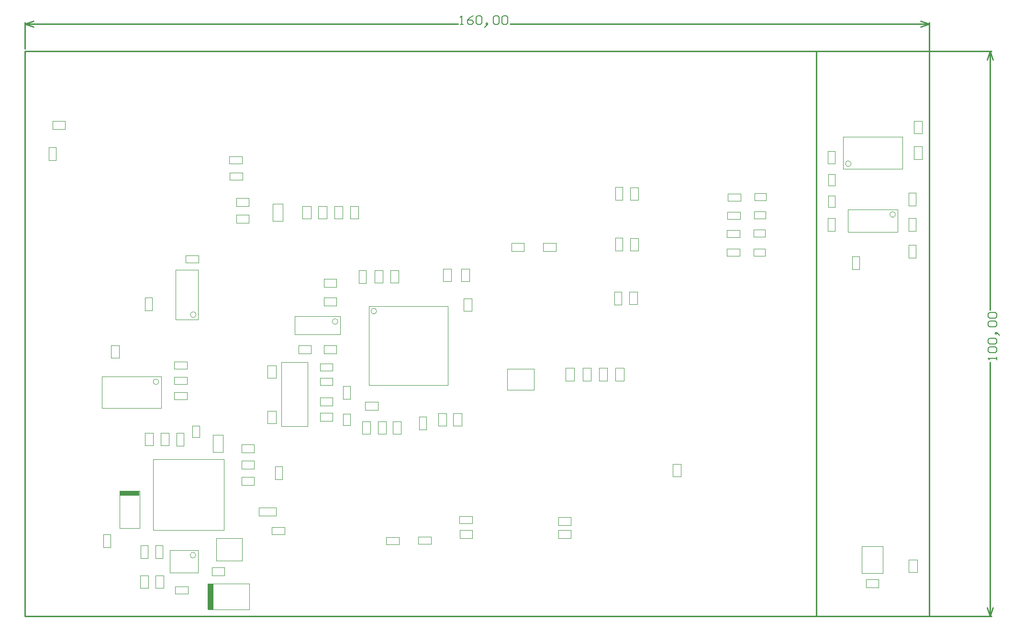
<source format=gko>
G04 Layer_Color=16711935*
%FSLAX44Y44*%
%MOMM*%
G71*
G01*
G75*
%ADD54C,0.1000*%
%ADD55C,0.2540*%
%ADD56C,0.1524*%
%ADD57R,0.9819X4.6000*%
%ADD58R,3.5000X0.8877*%
D54*
X1702500Y1163750D02*
G03*
X1702500Y1163750I-5000J0D01*
G01*
X2940000Y1341000D02*
G03*
X2940000Y1341000I-5000J0D01*
G01*
X2861500Y1431000D02*
G03*
X2861500Y1431000I-5000J0D01*
G01*
X1953500Y1151500D02*
G03*
X1953500Y1151500I-5000J0D01*
G01*
X1636500Y1045000D02*
G03*
X1636500Y1045000I-5000J0D01*
G01*
X1702000Y738000D02*
G03*
X1702000Y738000I-5000J0D01*
G01*
X2022000Y1170000D02*
G03*
X2022000Y1170000I-5000J0D01*
G01*
X1666500Y1242750D02*
X1706500D01*
X1666500Y1154750D02*
X1706500D01*
X1666500D02*
Y1242750D01*
X1706500Y1154750D02*
Y1242750D01*
X2856000Y1350000D02*
X2944000D01*
X2856000Y1310000D02*
X2944000D01*
Y1350000D01*
X2856000Y1310000D02*
Y1350000D01*
X1470800Y1492250D02*
Y1506750D01*
X1448700Y1492250D02*
Y1506750D01*
Y1492250D02*
X1470800D01*
X1448700Y1506750D02*
X1470800D01*
X2976350Y1311600D02*
Y1334400D01*
X2963650Y1311600D02*
Y1334400D01*
X2976350D01*
X2963650Y1311600D02*
X2976350D01*
X2952500Y1422000D02*
Y1478000D01*
X2847500Y1422000D02*
Y1478000D01*
X2952500D01*
X2847500Y1422000D02*
X2952500D01*
X1838500Y1329250D02*
Y1359750D01*
X1856000Y1329250D02*
Y1359750D01*
X1838500D02*
X1856000D01*
X1838500Y1329250D02*
X1856000D01*
X2963650Y1356600D02*
Y1379400D01*
X2976350Y1356600D02*
Y1379400D01*
X2963650Y1356600D02*
X2976350D01*
X2963650Y1379400D02*
X2976350D01*
X2963650Y1264600D02*
Y1287400D01*
X2976350Y1264600D02*
Y1287400D01*
X2963650Y1264600D02*
X2976350D01*
X2963650Y1287400D02*
X2976350D01*
X1612150Y1171350D02*
Y1194150D01*
X1624850Y1171350D02*
Y1194150D01*
X1612150Y1171350D02*
X1624850D01*
X1612150Y1194150D02*
X1624850D01*
X2863650Y1243600D02*
Y1266400D01*
X2876350Y1243600D02*
Y1266400D01*
X2863650Y1243600D02*
X2876350D01*
X2863650Y1266400D02*
X2876350D01*
X2972750Y1483950D02*
X2987250D01*
X2972750Y1506050D02*
X2987250D01*
X2972750Y1483950D02*
Y1506050D01*
X2987250Y1483950D02*
Y1506050D01*
X2972750Y1438950D02*
X2987250D01*
X2972750Y1461050D02*
X2987250D01*
X2972750Y1438950D02*
Y1461050D01*
X2987250Y1438950D02*
Y1461050D01*
X1975000Y1355550D02*
X1989500D01*
X1975000Y1333450D02*
X1989500D01*
Y1355550D01*
X1975000Y1333450D02*
Y1355550D01*
X1947000D02*
X1961500D01*
X1947000Y1333450D02*
X1961500D01*
Y1355550D01*
X1947000Y1333450D02*
Y1355550D01*
X1919000D02*
X1933500D01*
X1919000Y1333450D02*
X1933500D01*
Y1355550D01*
X1919000Y1333450D02*
Y1355550D01*
X1891000D02*
X1905500D01*
X1891000Y1333450D02*
X1905500D01*
Y1355550D01*
X1891000Y1333450D02*
Y1355550D01*
X1795550Y1355750D02*
Y1370250D01*
X1773450Y1355750D02*
Y1370250D01*
Y1355750D02*
X1795550D01*
X1773450Y1370250D02*
X1795550D01*
X1795800Y1325750D02*
Y1340250D01*
X1773700Y1325750D02*
Y1340250D01*
Y1325750D02*
X1795800D01*
X1773700Y1340250D02*
X1795800D01*
X1684100Y1268100D02*
X1706900D01*
X1684100Y1255400D02*
X1706900D01*
X1684100D02*
Y1268100D01*
X1706900Y1255400D02*
Y1268100D01*
X2545750Y899050D02*
X2560250D01*
X2545750Y876950D02*
X2560250D01*
Y899050D01*
X2545750Y876950D02*
Y899050D01*
X2366050Y767750D02*
Y782250D01*
X2343950Y767750D02*
Y782250D01*
Y767750D02*
X2366050D01*
X2343950Y782250D02*
X2366050D01*
Y790750D02*
Y805250D01*
X2343950Y790750D02*
Y805250D01*
Y790750D02*
X2366050D01*
X2343950Y805250D02*
X2366050D01*
X1551750Y1086950D02*
X1566250D01*
X1551750Y1109050D02*
X1566250D01*
X1551750Y1086950D02*
Y1109050D01*
X1566250Y1086950D02*
Y1109050D01*
X2038600Y756650D02*
X2061400D01*
X2038600Y769350D02*
X2061400D01*
Y756650D02*
Y769350D01*
X2038600Y756650D02*
Y769350D01*
X1730950Y701750D02*
Y716250D01*
X1753050Y701750D02*
Y716250D01*
X1730950D02*
X1753050D01*
X1730950Y701750D02*
X1753050D01*
X1877500Y1128500D02*
Y1160500D01*
X1957500Y1128500D02*
Y1160500D01*
X1877500Y1128500D02*
X1957500D01*
X1877500Y1160500D02*
X1957500D01*
X1853000Y965750D02*
X1900000D01*
X1853000Y1079250D02*
X1900000D01*
X1853000Y965750D02*
Y1079250D01*
X1900000Y965750D02*
Y1079250D01*
X1535500Y998000D02*
Y1054000D01*
X1640500Y998000D02*
Y1054000D01*
X1535500Y998000D02*
X1640500D01*
X1535500Y1054000D02*
X1640500D01*
X1732250Y920750D02*
Y951250D01*
X1749750Y920750D02*
Y951250D01*
X1732250D02*
X1749750D01*
X1732250Y920750D02*
X1749750D01*
X1656000Y707000D02*
Y747000D01*
X1706000Y707000D02*
Y747000D01*
X1656000Y707000D02*
X1706000D01*
X1656000Y747000D02*
X1706000D01*
X2253400Y1067800D02*
X2300600D01*
X2253400Y1030200D02*
X2300600D01*
Y1067800D01*
X2253400Y1030200D02*
Y1067800D01*
X2008000Y1039000D02*
Y1179000D01*
X2148000Y1039000D02*
Y1179000D01*
X2008000D02*
X2148000D01*
X2008000Y1039000D02*
X2148000D01*
X1665600Y669650D02*
Y682350D01*
X1688400Y669650D02*
Y682350D01*
X1665600D02*
X1688400D01*
X1665600Y669650D02*
X1688400D01*
X1630650Y732600D02*
Y755400D01*
X1643350Y732600D02*
Y755400D01*
X1630650Y732600D02*
X1643350D01*
X1630650Y755400D02*
X1643350D01*
X1604650Y732600D02*
X1617350D01*
X1604650Y755400D02*
X1617350D01*
X1604650Y732600D02*
Y755400D01*
X1617350Y732600D02*
Y755400D01*
X1667650Y931600D02*
Y954400D01*
X1680350Y931600D02*
Y954400D01*
X1667650Y931600D02*
X1680350D01*
X1667650Y954400D02*
X1680350D01*
X2097650Y960600D02*
X2110350D01*
X2097650Y983400D02*
X2110350D01*
X2097650Y960600D02*
Y983400D01*
X2110350Y960600D02*
Y983400D01*
X2643600Y1364650D02*
X2666400D01*
X2643600Y1377350D02*
X2666400D01*
Y1364650D02*
Y1377350D01*
X2643600Y1364650D02*
Y1377350D01*
X1962650Y1014600D02*
X1975350D01*
X1962650Y1037400D02*
X1975350D01*
X1962650Y1014600D02*
Y1037400D01*
X1975350Y1014600D02*
Y1037400D01*
X2642600Y1332650D02*
X2665400D01*
X2642600Y1345350D02*
X2665400D01*
Y1332650D02*
Y1345350D01*
X2642600Y1332650D02*
Y1345350D01*
X2641600Y1300650D02*
Y1313350D01*
X2664400Y1300650D02*
Y1313350D01*
X2641600D02*
X2664400D01*
X2641600Y1300650D02*
X2664400D01*
X2641600Y1267650D02*
X2664400D01*
X2641600Y1280350D02*
X2664400D01*
Y1267650D02*
Y1280350D01*
X2641600Y1267650D02*
Y1280350D01*
X2444650Y1366600D02*
X2457350D01*
X2444650Y1389400D02*
X2457350D01*
X2444650Y1366600D02*
Y1389400D01*
X2457350Y1366600D02*
Y1389400D01*
X2168600Y794650D02*
X2191400D01*
X2168600Y807350D02*
X2191400D01*
Y794650D02*
Y807350D01*
X2168600Y794650D02*
Y807350D01*
X2444650Y1276600D02*
X2457350D01*
X2444650Y1299400D02*
X2457350D01*
X2444650Y1276600D02*
Y1299400D01*
X2457350Y1276600D02*
Y1299400D01*
X1990650Y1219600D02*
Y1242400D01*
X2003350Y1219600D02*
Y1242400D01*
X1990650Y1219600D02*
X2003350D01*
X1990650Y1242400D02*
X2003350D01*
X1944400Y1038650D02*
Y1051350D01*
X1921600Y1038650D02*
Y1051350D01*
Y1038650D02*
X1944400D01*
X1921600Y1051350D02*
X1944400D01*
X1921600Y1076850D02*
X1944400D01*
X1921600Y1064150D02*
X1944400D01*
X1921600D02*
Y1076850D01*
X1944400Y1064150D02*
Y1076850D01*
X2442650Y1181600D02*
X2455350D01*
X2442650Y1204400D02*
X2455350D01*
X2442650Y1181600D02*
Y1204400D01*
X2455350Y1181600D02*
Y1204400D01*
X2095600Y757650D02*
X2118400D01*
X2095600Y770350D02*
X2118400D01*
Y757650D02*
Y770350D01*
X2095600Y757650D02*
Y770350D01*
X1751500Y782500D02*
Y907500D01*
X1626500Y782500D02*
Y907500D01*
Y782500D02*
X1751500D01*
X1626500Y907500D02*
X1751500D01*
X1975250Y968000D02*
Y988000D01*
X1962750Y968000D02*
Y988000D01*
X1975250D01*
X1962750Y968000D02*
X1975250D01*
X1695750Y967000D02*
X1708250D01*
X1695750Y947000D02*
X1708250D01*
Y967000D01*
X1695750Y947000D02*
Y967000D01*
X1738000Y728250D02*
Y767750D01*
X1784000Y728250D02*
Y767750D01*
X1738000D02*
X1784000D01*
X1738000Y728250D02*
X1784000D01*
X2691000Y1378250D02*
X2711000D01*
X2691000Y1365750D02*
X2711000D01*
X2691000D02*
Y1378250D01*
X2711000Y1365750D02*
Y1378250D01*
X2710000Y1333750D02*
Y1346250D01*
X2690000Y1333750D02*
Y1346250D01*
Y1333750D02*
X2710000D01*
X2690000Y1346250D02*
X2710000D01*
X2689000Y1314250D02*
X2709000D01*
X2689000Y1301750D02*
X2709000D01*
X2689000D02*
Y1314250D01*
X2709000Y1301750D02*
Y1314250D01*
X2709000Y1267750D02*
Y1280250D01*
X2689000Y1267750D02*
Y1280250D01*
Y1267750D02*
X2709000D01*
X2689000Y1280250D02*
X2709000D01*
X1782950Y919750D02*
Y934250D01*
X1805050Y919750D02*
Y934250D01*
X1782950D02*
X1805050D01*
X1782950Y919750D02*
X1805050D01*
X1782950Y890750D02*
Y905250D01*
X1805050Y890750D02*
Y905250D01*
X1782950D02*
X1805050D01*
X1782950Y890750D02*
X1805050D01*
X1782950Y861750D02*
Y876250D01*
X1805050Y861750D02*
Y876250D01*
X1782950D02*
X1805050D01*
X1782950Y861750D02*
X1805050D01*
X1639750Y931950D02*
X1654250D01*
X1639750Y954050D02*
X1654250D01*
X1639750Y931950D02*
Y954050D01*
X1654250Y931950D02*
Y954050D01*
X1611750Y931950D02*
X1626250D01*
X1611750Y954050D02*
X1626250D01*
X1611750Y931950D02*
Y954050D01*
X1626250Y931950D02*
Y954050D01*
X1603750Y702050D02*
X1618250D01*
X1603750Y679950D02*
X1618250D01*
Y702050D01*
X1603750Y679950D02*
Y702050D01*
X1630750Y702050D02*
X1645250D01*
X1630750Y679950D02*
X1645250D01*
Y702050D01*
X1630750Y679950D02*
Y702050D01*
X1723500Y642000D02*
Y688000D01*
X1796500Y642000D02*
Y688000D01*
X1723500D02*
X1796500D01*
X1723500Y642000D02*
X1796500D01*
X1567500Y786000D02*
Y852000D01*
X1602500Y786000D02*
Y852000D01*
X1567500Y786000D02*
X1602500D01*
X1567500Y852000D02*
X1602500D01*
X2415750Y1069050D02*
X2430250D01*
X2415750Y1046950D02*
X2430250D01*
Y1069050D01*
X2415750Y1046950D02*
Y1069050D01*
X2444750D02*
X2459250D01*
X2444750Y1046950D02*
X2459250D01*
Y1069050D01*
X2444750Y1046950D02*
Y1069050D01*
X2386750D02*
X2401250D01*
X2386750Y1046950D02*
X2401250D01*
Y1069050D01*
X2386750Y1046950D02*
Y1069050D01*
X2356750D02*
X2371250D01*
X2356750Y1046950D02*
X2371250D01*
Y1069050D01*
X2356750Y1046950D02*
Y1069050D01*
X1951050Y1094750D02*
Y1109250D01*
X1928950Y1094750D02*
Y1109250D01*
Y1094750D02*
X1951050D01*
X1928950Y1109250D02*
X1951050D01*
Y1179750D02*
Y1194250D01*
X1928950Y1179750D02*
Y1194250D01*
Y1179750D02*
X1951050D01*
X1928950Y1194250D02*
X1951050D01*
Y1212750D02*
Y1227250D01*
X1928950Y1212750D02*
Y1227250D01*
Y1212750D02*
X1951050D01*
X1928950Y1227250D02*
X1951050D01*
X2024750Y952950D02*
X2039250D01*
X2024750Y975050D02*
X2039250D01*
X2024750Y952950D02*
Y975050D01*
X2039250Y952950D02*
Y975050D01*
X1996750Y952950D02*
X2011250D01*
X1996750Y975050D02*
X2011250D01*
X1996750Y952950D02*
Y975050D01*
X2011250Y952950D02*
Y975050D01*
X2130750Y989050D02*
X2145250D01*
X2130750Y966950D02*
X2145250D01*
Y989050D01*
X2130750Y966950D02*
Y989050D01*
X2171750Y1222950D02*
X2186250D01*
X2171750Y1245050D02*
X2186250D01*
X2171750Y1222950D02*
Y1245050D01*
X2186250Y1222950D02*
Y1245050D01*
X1944050Y1002750D02*
Y1017250D01*
X1921950Y1002750D02*
Y1017250D01*
Y1002750D02*
X1944050D01*
X1921950Y1017250D02*
X1944050D01*
Y975750D02*
Y990250D01*
X1921950Y975750D02*
Y990250D01*
Y975750D02*
X1944050D01*
X1921950Y990250D02*
X1944050D01*
X2139750Y1222950D02*
X2154250D01*
X2139750Y1245050D02*
X2154250D01*
X2139750Y1222950D02*
Y1245050D01*
X2154250Y1222950D02*
Y1245050D01*
X2046750Y1219950D02*
X2061250D01*
X2046750Y1242050D02*
X2061250D01*
X2046750Y1219950D02*
Y1242050D01*
X2061250Y1219950D02*
Y1242050D01*
X2001950Y994750D02*
Y1009250D01*
X2024050Y994750D02*
Y1009250D01*
X2001950D02*
X2024050D01*
X2001950Y994750D02*
X2024050D01*
X2050750Y975050D02*
X2065250D01*
X2050750Y952950D02*
X2065250D01*
Y975050D01*
X2050750Y952950D02*
Y975050D01*
X2018750Y1219950D02*
X2033250D01*
X2018750Y1242050D02*
X2033250D01*
X2018750Y1219950D02*
Y1242050D01*
X2033250Y1219950D02*
Y1242050D01*
X2175750Y1169950D02*
X2190250D01*
X2175750Y1192050D02*
X2190250D01*
X2175750Y1169950D02*
Y1192050D01*
X2190250Y1169950D02*
Y1192050D01*
X2157750Y989050D02*
X2172250D01*
X2157750Y966950D02*
X2172250D01*
Y989050D01*
X2157750Y966950D02*
Y989050D01*
X1906050Y1094750D02*
Y1109250D01*
X1883950Y1094750D02*
Y1109250D01*
Y1094750D02*
X1906050D01*
X1883950Y1109250D02*
X1906050D01*
X1829250Y971450D02*
X1843750D01*
X1829250Y993550D02*
X1843750D01*
X1829250Y971450D02*
Y993550D01*
X1843750Y971450D02*
Y993550D01*
X1829250Y1073550D02*
X1843750D01*
X1829250Y1051450D02*
X1843750D01*
Y1073550D01*
X1829250Y1051450D02*
Y1073550D01*
X2470750Y1389050D02*
X2485250D01*
X2470750Y1366950D02*
X2485250D01*
Y1389050D01*
X2470750Y1366950D02*
Y1389050D01*
X2470750Y1299050D02*
X2485250D01*
X2470750Y1276950D02*
X2485250D01*
Y1299050D01*
X2470750Y1276950D02*
Y1299050D01*
X2468750Y1204050D02*
X2483250D01*
X2468750Y1181950D02*
X2483250D01*
Y1204050D01*
X2468750Y1181950D02*
Y1204050D01*
X2191050Y767750D02*
Y782250D01*
X2168950Y767750D02*
Y782250D01*
Y767750D02*
X2191050D01*
X2168950Y782250D02*
X2191050D01*
X1538650Y751600D02*
Y774400D01*
X1551350Y751600D02*
Y774400D01*
X1538650Y751600D02*
X1551350D01*
X1538650Y774400D02*
X1551350D01*
X2260950Y1290250D02*
X2283050D01*
X2260950Y1275750D02*
X2283050D01*
X2260950D02*
Y1290250D01*
X2283050Y1275750D02*
Y1290250D01*
X2316950Y1275750D02*
X2339050D01*
X2316950Y1290250D02*
X2339050D01*
Y1275750D02*
Y1290250D01*
X2316950Y1275750D02*
Y1290250D01*
X1663600Y1067650D02*
Y1080350D01*
X1686400Y1067650D02*
Y1080350D01*
X1663600D02*
X1686400D01*
X1663600Y1067650D02*
X1686400D01*
X1663600Y1040650D02*
Y1053350D01*
X1686400Y1040650D02*
Y1053350D01*
X1663600D02*
X1686400D01*
X1663600Y1040650D02*
X1686400D01*
X1663600Y1013650D02*
Y1026350D01*
X1686400Y1013650D02*
Y1026350D01*
X1663600D02*
X1686400D01*
X1663600Y1013650D02*
X1686400D01*
X1813800Y808000D02*
X1844200D01*
X1813800Y822000D02*
X1844200D01*
X1813800Y808000D02*
Y822000D01*
X1844200Y808000D02*
Y822000D01*
X1842650Y872600D02*
X1855350D01*
X1842650Y895400D02*
X1855350D01*
X1842650Y872600D02*
Y895400D01*
X1855350Y872600D02*
Y895400D01*
X1859400Y774650D02*
Y787350D01*
X1836600Y774650D02*
Y787350D01*
Y774650D02*
X1859400D01*
X1836600Y787350D02*
X1859400D01*
X2887950Y680750D02*
X2910050D01*
X2887950Y695250D02*
X2910050D01*
Y680750D02*
Y695250D01*
X2887950Y680750D02*
Y695250D01*
X2978250Y707950D02*
Y730050D01*
X2963750Y707950D02*
Y730050D01*
X2978250D01*
X2963750Y707950D02*
X2978250D01*
X2917800Y706400D02*
Y753600D01*
X2880200Y706400D02*
Y753600D01*
Y706400D02*
X2917800D01*
X2880200Y753600D02*
X2917800D01*
X1442150Y1459900D02*
X1454850D01*
X1442150Y1437100D02*
X1454850D01*
Y1459900D01*
X1442150Y1437100D02*
Y1459900D01*
X2820750Y1392000D02*
X2833250D01*
X2820750Y1412000D02*
X2833250D01*
X2820750Y1392000D02*
Y1412000D01*
X2833250Y1392000D02*
Y1412000D01*
X2820650Y1334400D02*
X2833350D01*
X2820650Y1311600D02*
X2833350D01*
Y1334400D01*
X2820650Y1311600D02*
Y1334400D01*
Y1430600D02*
X2833350D01*
X2820650Y1453400D02*
X2833350D01*
X2820650Y1430600D02*
Y1453400D01*
X2833350Y1430600D02*
Y1453400D01*
X2820750Y1374000D02*
X2833250D01*
X2820750Y1354000D02*
X2833250D01*
Y1374000D01*
X2820750Y1354000D02*
Y1374000D01*
X1783900Y1431400D02*
Y1444100D01*
X1761100Y1431400D02*
Y1444100D01*
Y1431400D02*
X1783900D01*
X1761100Y1444100D02*
X1783900D01*
X1784900Y1402150D02*
Y1414850D01*
X1762100Y1402150D02*
Y1414850D01*
Y1402150D02*
X1784900D01*
X1762100Y1414850D02*
X1784900D01*
D55*
X2803810Y1630000D02*
X3109790D01*
X2803810Y630000D02*
X3109790D01*
X3107250Y1171896D02*
Y1630000D01*
Y630000D02*
Y1079976D01*
X3102170Y1614760D02*
X3107250Y1630000D01*
X3112330Y1614760D01*
X3107250Y630000D02*
X3112330Y645240D01*
X3102170D02*
X3107250Y630000D01*
X3000000Y632540D02*
Y1680540D01*
X1400000Y1633810D02*
Y1680540D01*
X2258107Y1678000D02*
X3000000D01*
X1400000D02*
X2166186D01*
X2984760Y1683080D02*
X3000000Y1678000D01*
X2984760Y1672920D02*
X3000000Y1678000D01*
X1400000D02*
X1415240Y1672920D01*
X1400000Y1678000D02*
X1415240Y1683080D01*
X1400000Y1630000D02*
X2800000D01*
Y630000D02*
Y1630000D01*
X1400000Y630000D02*
X2800000D01*
X1400000D02*
Y1630000D01*
X2800000D02*
X3000000D01*
Y630000D02*
Y1630000D01*
X2800000Y630000D02*
X3000000D01*
D56*
X3118931Y1084040D02*
Y1089118D01*
Y1086579D01*
X3103696D01*
X3106235Y1084040D01*
Y1096735D02*
X3103696Y1099275D01*
Y1104353D01*
X3106235Y1106892D01*
X3116392D01*
X3118931Y1104353D01*
Y1099275D01*
X3116392Y1096735D01*
X3106235D01*
Y1111971D02*
X3103696Y1114510D01*
Y1119588D01*
X3106235Y1122127D01*
X3116392D01*
X3118931Y1119588D01*
Y1114510D01*
X3116392Y1111971D01*
X3106235D01*
X3121470Y1129745D02*
X3118931Y1132284D01*
X3116392D01*
Y1129745D01*
X3118931D01*
Y1132284D01*
X3121470Y1129745D01*
X3124009Y1127206D01*
X3106235Y1142441D02*
X3103696Y1144980D01*
Y1150058D01*
X3106235Y1152597D01*
X3116392D01*
X3118931Y1150058D01*
Y1144980D01*
X3116392Y1142441D01*
X3106235D01*
Y1157676D02*
X3103696Y1160215D01*
Y1165293D01*
X3106235Y1167832D01*
X3116392D01*
X3118931Y1165293D01*
Y1160215D01*
X3116392Y1157676D01*
X3106235D01*
X2170250Y1677750D02*
X2175328D01*
X2172789D01*
Y1692985D01*
X2170250Y1690446D01*
X2193103Y1692985D02*
X2188024Y1690446D01*
X2182946Y1685367D01*
Y1680289D01*
X2185485Y1677750D01*
X2190563D01*
X2193103Y1680289D01*
Y1682828D01*
X2190563Y1685367D01*
X2182946D01*
X2198181Y1690446D02*
X2200720Y1692985D01*
X2205798D01*
X2208338Y1690446D01*
Y1680289D01*
X2205798Y1677750D01*
X2200720D01*
X2198181Y1680289D01*
Y1690446D01*
X2215955Y1675211D02*
X2218494Y1677750D01*
Y1680289D01*
X2215955D01*
Y1677750D01*
X2218494D01*
X2215955Y1675211D01*
X2213416Y1672672D01*
X2228651Y1690446D02*
X2231190Y1692985D01*
X2236269D01*
X2238808Y1690446D01*
Y1680289D01*
X2236269Y1677750D01*
X2231190D01*
X2228651Y1680289D01*
Y1690446D01*
X2243886D02*
X2246425Y1692985D01*
X2251504D01*
X2254043Y1690446D01*
Y1680289D01*
X2251504Y1677750D01*
X2246425D01*
X2243886Y1680289D01*
Y1690446D01*
D57*
X1728409Y665000D02*
D03*
D58*
X1585000Y847561D02*
D03*
M02*

</source>
